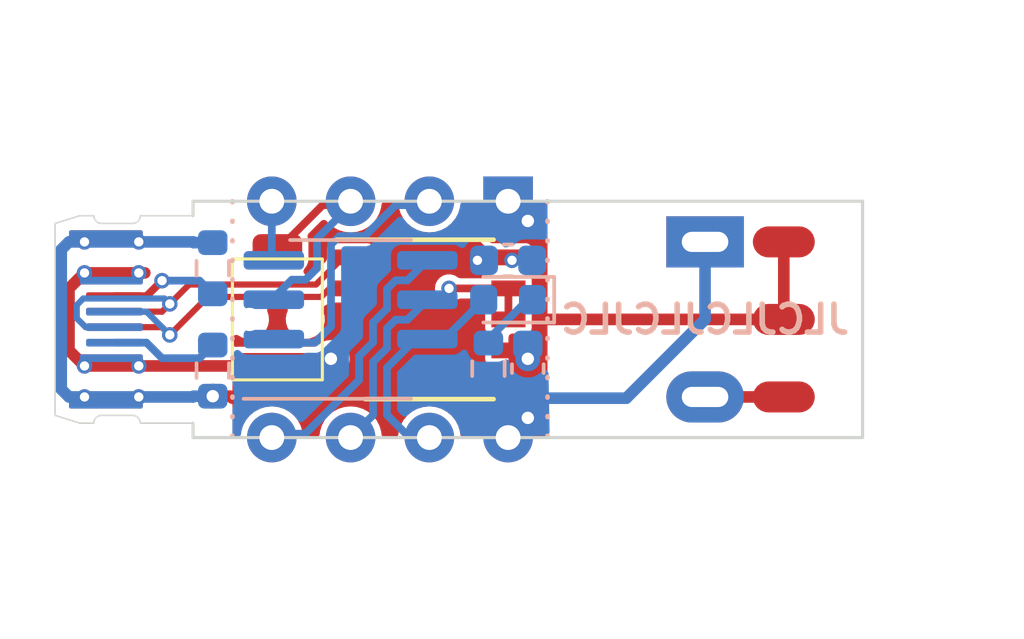
<source format=kicad_pcb>
(kicad_pcb (version 20221018) (generator pcbnew)
  (layers (0 "F.Cu" signal) (31 "B.Cu" signal) (34 "B.Paste" user) (35 "F.Paste" user) (36 "B.SilkS" user "B.Silkscreen") (37 "F.SilkS" user "F.Silkscreen") (38 "B.Mask" user) (39 "F.Mask" user) (44 "Edge.Cuts" user))
  (net 0 "")
  (net 1 "GND")
  (net 2 "Net-(U2-V3)")
  (net 3 "D+")
  (net 4 "D-")
  (net 5 "PA3")
  (net 6 "PA6")
  (net 7 "Net-(D1-K)")
  (net 8 "PA7")
  (net 9 "PA1")
  (net 10 "Net-(J1-CC1)")
  (net 11 "Net-(J1-CC2)")
  (net 12 "PA2")
  (net 13 "VCC")
  (net 14 "/Vedlc")
  (net 15 "UPDI")
  (footprint "Library:sw" (layer "F.Cu") (at 119.05 100)
    (fp_text reference "SW2" hide)
    (fp_text value "SW_SPDT" hide)
    (pad "1" smd roundrect (at 0 -2.5) (size 2 1) (layers "F.Cu" "F.Paste" "F.Mask") (roundrect_rratio 0.5) (net 13 "VCC"))
    (pad "2" smd roundrect (at 0 0) (size 2 1) (layers "F.Cu" "F.Paste" "F.Mask") (roundrect_rratio 0.5) (net 13 "VCC"))
    (pad "3" smd roundrect (at 0 2.5) (size 2 1) (layers "F.Cu" "F.Paste" "F.Mask") (roundrect_rratio 0.5) (net 14 "/Vedlc"))
  )
  (footprint "Package_DIP:DIP-8_W7.62mm_Socket" (layer "F.Cu") (at 110.16 96.19 -90)
    (fp_text reference "J2" hide)
    (fp_text value "OUT" hide)
    (pad "1" thru_hole rect (at 0 0 270) (size 1.6 1.6) (drill 0.8) (layers "*.Cu" "*.Mask") (net 13 "VCC"))
    (pad "2" thru_hole oval (at 0 2.54 270) (size 1.6 1.6) (drill 0.8) (layers "*.Cu" "*.Mask") (net 6 "PA6"))
    (pad "3" thru_hole oval (at 0 5.08 270) (size 1.6 1.6) (drill 0.8) (layers "*.Cu" "*.Mask") (net 8 "PA7"))
    (pad "4" thru_hole oval (at 0 7.62 270) (size 1.6 1.6) (drill 0.8) (layers "*.Cu" "*.Mask") (net 9 "PA1"))
    (pad "5" thru_hole oval (at 7.62 7.62 270) (size 1.6 1.6) (drill 0.8) (layers "*.Cu" "*.Mask") (net 12 "PA2"))
    (pad "6" thru_hole oval (at 7.62 5.08 270) (size 1.6 1.6) (drill 0.8) (layers "*.Cu" "*.Mask") (net 15 "UPDI"))
    (pad "7" thru_hole oval (at 7.62 2.54 270) (size 1.6 1.6) (drill 0.8) (layers "*.Cu" "*.Mask") (net 5 "PA3"))
    (pad "8" thru_hole oval (at 7.62 0 270) (size 1.6 1.6) (drill 0.8) (layers "*.Cu" "*.Mask") (net 1 "GND"))
  )
  (footprint "Package_SO:SSOP-10_3.9x4.9mm_P1.00mm" (layer "F.Cu") (at 107.62 100)
    (fp_text reference "U2" hide)
    (fp_text value "CH340K" hide)
    (fp_line (start -3 -2.57) (end 2.07 -2.57) (stroke (width 0.15)) (layer "F.SilkS"))
    (fp_line (start -2.07 2.57) (end 2.07 2.57) (stroke (width 0.15)) (layer "F.SilkS"))
    (pad "1" smd rect (at -2.55 -2) (size 1.1 0.51) (layers "F.Cu" "F.Paste" "F.Mask") (net 3 "D+"))
    (pad "2" smd rect (at -2.55 -1) (size 1.1 0.51) (layers "F.Cu" "F.Paste" "F.Mask") (net 4 "D-"))
    (pad "3" smd rect (at -2.55 0) (size 1.1 0.51) (layers "F.Cu" "F.Paste" "F.Mask") (net 1 "GND"))
    (pad "7" smd rect (at 2.55 1) (size 1.1 0.51) (layers "F.Cu" "F.Paste" "F.Mask") (net 13 "VCC"))
    (pad "8" smd rect (at 2.55 0) (size 1.1 0.51) (layers "F.Cu" "F.Paste" "F.Mask") (net 15 "UPDI"))
    (pad "9" smd rect (at 2.55 -1) (size 1.1 0.51) (layers "F.Cu" "F.Paste" "F.Mask") (net 15 "UPDI"))
    (pad "10" smd rect (at 2.55 -2) (size 1.1 0.51) (layers "F.Cu" "F.Paste" "F.Mask") (net 2 "Net-(U2-V3)"))
  )
  (footprint "LOGO" (layer "F.Cu") (at 107.62 100)
    (fp_text reference "G***" hide)
    (fp_text value "LOGO" hide)
  )
  (footprint "Library:sw_push_smd" (layer "F.Cu") (at 102.72 100 -90)
    (fp_text reference "SW1" hide)
    (fp_text value "SW_Push" hide)
    (fp_rect (start -1.95 -1.45) (end 1.95 1.45) (stroke (width 0.1)) (fill none) (layer "F.SilkS"))
    (pad "" np_thru_hole circle (at 0 -0.9 270) (size 0.75 0.75) (drill 0.75) (layers "F&B.Cu" "*.Mask"))
    (pad "" np_thru_hole circle (at 0 0.9 270) (size 0.75 0.75) (drill 0.75) (layers "F&B.Cu" "*.Mask"))
    (pad "1" smd roundrect (at 2.225 0 270) (size 1.05 1.6) (layers "F.Cu" "F.Paste" "F.Mask") (net 1 "GND"))
    (pad "2" smd roundrect (at -2.225 0 270) (size 1.05 1.6) (layers "F.Cu" "F.Paste" "F.Mask") (net 8 "PA7"))
  )
  (footprint "Library:USB-C" (layer "F.Cu") (at 100 100 180)
    (fp_text reference "J1" hide)
    (fp_text value "USB-C" hide)
    (fp_line (start 0 -3.345) (end 1.7 -3.345) (stroke (width 0.05)) (layer "Edge.Cuts"))
    (fp_line (start 0 3.345) (end 1.7 3.345) (stroke (width 0.05)) (layer "Edge.Cuts"))
    (fp_line (start 1.95 -3.095) (end 2.95 -3.095) (stroke (width 0.05)) (layer "Edge.Cuts"))
    (fp_line (start 1.95 3.095) (end 2.95 3.095) (stroke (width 0.05)) (layer "Edge.Cuts"))
    (fp_line (start 3.2 -3.345) (end 3.65 -3.345) (stroke (width 0.05)) (layer "Edge.Cuts"))
    (fp_line (start 3.2 3.345) (end 3.65 3.345) (stroke (width 0.05)) (layer "Edge.Cuts"))
    (fp_line (start 3.65 -3.345) (end 4.45 -3.095) (stroke (width 0.05)) (layer "Edge.Cuts"))
    (fp_line (start 3.65 3.345) (end 4.45 3.095) (stroke (width 0.05)) (layer "Edge.Cuts"))
    (fp_line (start 4.45 -3.095) (end 4.45 0) (stroke (width 0.05)) (layer "Edge.Cuts"))
    (fp_line (start 4.45 3.095) (end 4.45 0) (stroke (width 0.05)) (layer "Edge.Cuts"))
    (fp_arc (start 1.7 3.345) (mid 1.773223 3.168223) (end 1.95 3.095) (stroke (width 0.05)) (layer "Edge.Cuts"))
    (fp_arc (start 1.95 -3.095) (mid 1.773223 -3.168223) (end 1.7 -3.345) (stroke (width 0.05)) (layer "Edge.Cuts"))
    (fp_arc (start 2.95 3.095) (mid 3.126777 3.168223) (end 3.2 3.345) (stroke (width 0.05)) (layer "Edge.Cuts"))
    (fp_arc (start 3.2 -3.345) (mid 3.126777 -3.168223) (end 2.95 -3.095) (stroke (width 0.05)) (layer "Edge.Cuts"))
    (pad "1" smd roundrect (at 2.81 -2.75 180) (size 2.38 0.25) (layers "F.Cu" "F.Paste" "F.Mask") (net 1 "GND"))
    (pad "1" smd roundrect (at 2.81 -2.75 180) (size 2.38 0.25) (layers "B.Cu" "B.Paste" "B.Mask") (net 1 "GND"))
    (pad "1" smd roundrect (at 2.81 2.75 180) (size 2.38 0.25) (layers "F.Cu" "F.Paste" "F.Mask") (net 1 "GND"))
    (pad "1" smd roundrect (at 2.81 2.75 180) (size 2.38 0.25) (layers "B.Cu" "B.Paste" "B.Mask") (net 1 "GND"))
    (pad "2" smd roundrect (at 2.535 -0.25 180) (size 1.83 0.25) (layers "B.Cu" "B.Paste" "B.Mask") (net 3 "D+"))
    (pad "2" smd roundrect (at 2.535 0.25 180) (size 1.83 0.25) (layers "F.Cu" "F.Paste" "F.Mask") (net 3 "D+"))
    (pad "3" smd roundrect (at 2.535 -0.25 180) (size 1.83 0.25) (layers "F.Cu" "F.Paste" "F.Mask") (net 4 "D-"))
    (pad "3" smd roundrect (at 2.535 0.25 180) (size 1.83 0.25) (layers "B.Cu" "B.Paste" "B.Mask") (net 4 "D-"))
    (pad "4" smd roundrect (at 2.635 -1.25 180) (size 2.03 0.25) (layers "F.Cu" "F.Paste" "F.Mask") (net 13 "VCC"))
    (pad "4" smd roundrect (at 2.635 -1.25 180) (size 2.03 0.25) (layers "B.Cu" "B.Paste" "B.Mask") (net 13 "VCC"))
    (pad "4" smd roundrect (at 2.635 1.25 180) (size 2.03 0.25) (layers "F.Cu" "F.Paste" "F.Mask") (net 13 "VCC"))
    (pad "4" smd roundrect (at 2.635 1.25 180) (size 2.03 0.25) (layers "B.Cu" "B.Paste" "B.Mask") (net 13 "VCC"))
    (pad "5" smd roundrect (at 2.535 0.75 180) (size 1.83 0.25) (layers "F.Cu" "F.Paste" "F.Mask") (net 10 "Net-(J1-CC1)"))
    (pad "6" smd roundrect (at 2.535 -0.75 180) (size 1.83 0.25) (layers "B.Cu" "B.Paste" "B.Mask") (net 11 "Net-(J1-CC2)"))
  )
  (footprint "Library:edlc" (layer "F.Cu") (at 116.51 100 180)
    (fp_text reference "C2" hide)
    (fp_text value "1F5" hide)
    (pad "1" thru_hole oval (at 0 -2.5 180) (size 2.5 1.65) (drill oval 1.5 0.65) (layers "*.Cu" "*.Mask") (net 14 "/Vedlc"))
    (pad "2" thru_hole rect (at 0 2.5 180) (size 2.5 1.65) (drill oval 1.5 0.65) (layers "*.Cu" "*.Mask") (net 1 "GND"))
  )
  (footprint "LOGO" (layer "F.Cu") (at 113.335 100)
    (fp_text reference "G***" hide)
    (fp_text value "LOGO" hide)
  )
  (footprint "LED_SMD:LED_0603_1608Metric" (layer "B.Cu") (at 110.16 99.365 180)
    (fp_text reference "D1" hide)
    (fp_text value "LED" hide)
    (fp_line (start -1.485 -0.735) (end 0.8 -0.735) (stroke (width 0.12)) (layer "B.SilkS"))
    (fp_line (start -1.485 0.735) (end -1.485 -0.735) (stroke (width 0.12)) (layer "B.SilkS"))
    (fp_line (start 0.8 0.735) (end -1.485 0.735) (stroke (width 0.12)) (layer "B.SilkS"))
    (pad "1" smd roundrect (at -0.7875 0 180) (size 0.875 0.95) (layers "B.Cu" "B.Paste" "B.Mask") (net 7 "Net-(D1-K)"))
    (pad "2" smd roundrect (at 0.7875 0 180) (size 0.875 0.95) (layers "B.Cu" "B.Paste" "B.Mask") (net 5 "PA3"))
  )
  (footprint "Resistor_SMD:R_0603_1608Metric" (layer "B.Cu") (at 109.525 101.5875 -90)
    (fp_text reference "R1" hide)
    (fp_text value "10k" hide)
    (fp_line (start -0.237258 -0.5225) (end 0.237258 -0.5225) (stroke (width 0.12)) (layer "B.SilkS"))
    (fp_line (start -0.237258 0.5225) (end 0.237258 0.5225) (stroke (width 0.12)) (layer "B.SilkS"))
    (pad "1" smd roundrect (at -0.825 0 270) (size 0.8 0.95) (layers "B.Cu" "B.Paste" "B.Mask") (net 7 "Net-(D1-K)"))
    (pad "2" smd roundrect (at 0.825 0 270) (size 0.8 0.95) (layers "B.Cu" "B.Paste" "B.Mask") (net 1 "GND"))
  )
  (footprint "Resistor_SMD:R_0603_1608Metric" (layer "B.Cu") (at 100.635 101.651 -90)
    (fp_text reference "R6" hide)
    (fp_text value "5k1" hide)
    (fp_line (start -0.237258 -0.5225) (end 0.237258 -0.5225) (stroke (width 0.12)) (layer "B.SilkS"))
    (fp_line (start -0.237258 0.5225) (end 0.237258 0.5225) (stroke (width 0.12)) (layer "B.SilkS"))
    (pad "1" smd roundrect (at -0.825 0 270) (size 0.8 0.95) (layers "B.Cu" "B.Paste" "B.Mask") (net 11 "Net-(J1-CC2)"))
    (pad "2" smd roundrect (at 0.825 0 270) (size 0.8 0.95) (layers "B.Cu" "B.Paste" "B.Mask") (net 1 "GND"))
  )
  (footprint "Capacitor_SMD:C_0603_1608Metric" (layer "B.Cu") (at 110.795 101.5875 -90)
    (fp_text reference "C1" hide)
    (fp_text value "4u7" hide)
    (fp_line (start -0.14058 -0.51) (end 0.14058 -0.51) (stroke (width 0.12)) (layer "B.SilkS"))
    (fp_line (start -0.14058 0.51) (end 0.14058 0.51) (stroke (width 0.12)) (layer "B.SilkS"))
    (pad "1" smd roundrect (at -0.775 0 270) (size 0.9 0.95) (layers "B.Cu" "B.Paste" "B.Mask") (net 13 "VCC"))
    (pad "2" smd roundrect (at 0.775 0 270) (size 0.9 0.95) (layers "B.Cu" "B.Paste" "B.Mask") (net 1 "GND"))
  )
  (footprint "Package_SO:SOIC-8_3.9x4.9mm_P1.27mm" (layer "B.Cu") (at 105.08 100)
    (fp_text reference "U1" hide)
    (fp_text value "ATtiny202-SS" hide)
    (fp_line (start 0 -2.56) (end -1.95 -2.56) (stroke (width 0.12)) (layer "B.SilkS"))
    (fp_line (start 0 -2.56) (end 1.95 -2.56) (stroke (width 0.12)) (layer "B.SilkS"))
    (fp_line (start 0 2.56) (end -3.45 2.56) (stroke (width 0.12)) (layer "B.SilkS"))
    (fp_line (start 0 2.56) (end 1.95 2.56) (stroke (width 0.12)) (layer "B.SilkS"))
    (pad "1" smd roundrect (at -2.475 1.905) (size 1.95 0.6) (layers "B.Cu" "B.Paste" "B.Mask") (net 13 "VCC"))
    (pad "2" smd roundrect (at -2.475 0.635) (size 1.95 0.6) (layers "B.Cu" "B.Paste" "B.Mask") (net 6 "PA6"))
    (pad "3" smd roundrect (at -2.475 -0.635) (size 1.95 0.6) (layers "B.Cu" "B.Paste" "B.Mask") (net 8 "PA7"))
    (pad "4" smd roundrect (at -2.475 -1.905) (size 1.95 0.6) (layers "B.Cu" "B.Paste" "B.Mask") (net 9 "PA1"))
    (pad "5" smd roundrect (at 2.475 -1.905) (size 1.95 0.6) (layers "B.Cu" "B.Paste" "B.Mask") (net 12 "PA2"))
    (pad "6" smd roundrect (at 2.475 -0.635) (size 1.95 0.6) (layers "B.Cu" "B.Paste" "B.Mask") (net 15 "UPDI"))
    (pad "7" smd roundrect (at 2.475 0.635) (size 1.95 0.6) (layers "B.Cu" "B.Paste" "B.Mask") (net 5 "PA3"))
    (pad "8" smd roundrect (at 2.475 1.905) (size 1.95 0.6) (layers "B.Cu" "B.Paste" "B.Mask") (net 1 "GND"))
  )
  (footprint "Resistor_SMD:R_0603_1608Metric" (layer "B.Cu") (at 100.635 98.349 90)
    (fp_text reference "R5" hide)
    (fp_text value "5k1" hide)
    (fp_line (start -0.237258 -0.5225) (end 0.237258 -0.5225) (stroke (width 0.12)) (layer "B.SilkS"))
    (fp_line (start -0.237258 0.5225) (end 0.237258 0.5225) (stroke (width 0.12)) (layer "B.SilkS"))
    (pad "1" smd roundrect (at -0.825 0 90) (size 0.8 0.95) (layers "B.Cu" "B.Paste" "B.Mask") (net 10 "Net-(J1-CC1)"))
    (pad "2" smd roundrect (at 0.825 0 90) (size 0.8 0.95) (layers "B.Cu" "B.Paste" "B.Mask") (net 1 "GND"))
  )
  (footprint "Capacitor_SMD:C_0603_1608Metric" (layer "B.Cu") (at 110.16 98.095 180)
    (fp_text reference "C3" hide)
    (fp_text value "0u1" hide)
    (fp_line (start -0.14058 -0.51) (end 0.14058 -0.51) (stroke (width 0.12)) (layer "B.SilkS"))
    (fp_line (start -0.14058 0.51) (end 0.14058 0.51) (stroke (width 0.12)) (layer "B.SilkS"))
    (pad "1" smd roundrect (at -0.775 0 180) (size 0.9 0.95) (layers "B.Cu" "B.Paste" "B.Mask") (net 2 "Net-(U2-V3)"))
    (pad "2" smd roundrect (at 0.775 0 180) (size 0.9 0.95) (layers "B.Cu" "B.Paste" "B.Mask") (net 1 "GND"))
  )
  (gr_line (start 111.43 96.19) (end 111.43 103.81) (stroke (width 0.15) (type dot)) (layer "B.SilkS"))
  (gr_line (start 101.27 96.19) (end 101.27 103.81) (stroke (width 0.15) (type dot)) (layer "B.SilkS"))
  (gr_line (start 111.43 103.81) (end 100 103.81) (stroke (width 0.1)) (layer "Edge.Cuts"))
  (gr_line (start 100 103.345) (end 100 103.81) (stroke (width 0.1)) (layer "Edge.Cuts"))
  (gr_line (start 121.59 103.81) (end 121.59 96.19) (stroke (width 0.1)) (layer "Edge.Cuts"))
  (gr_line (start 100 96.19) (end 111.43 96.19) (stroke (width 0.1)) (layer "Edge.Cuts"))
  (gr_line (start 100 96.19) (end 100 96.655) (stroke (width 0.1)) (layer "Edge.Cuts"))
  (gr_line (start 111.43 103.81) (end 121.59 103.81) (stroke (width 0.1)) (layer "Edge.Cuts"))
  (gr_line (start 111.43 96.19) (end 121.59 96.19) (stroke (width 0.1)) (layer "Edge.Cuts"))
  (gr_text "JLCJLCJLCJLC" (at 116.51 100) (layer "B.SilkS") (effects (font (size 0.9 0.9) (thickness 0.18) bold) (justify mirror)))
  (segment (start 100.635 102.476) (end 101.206 102.476) (width 0.375) (layer "F.Cu") (net 1))
  (segment (start 101.206 102.476) (end 101.27 102.54) (width 0.375) (layer "F.Cu") (net 1))
  (via (at 110.795 103.175) (size 0.8) (drill 0.4) (layers "F.Cu" "B.Cu") (net 1))
  (via (at 109.1705 98.095) (size 0.5) (drill 0.3) (layers "F.Cu" "B.Cu") (net 1))
  (via (at 100.635 102.476) (size 0.8) (drill 0.4) (layers "F.Cu" "B.Cu") (net 1))
  (via (at 98.25 97.5) (size 0.5) (drill 0.3) (layers "F.Cu" "B.Cu") (net 1))
  (via (at 96.5 102.5) (size 0.5) (drill 0.3) (layers "F.Cu" "B.Cu") (net 1))
  (via (at 96.5 97.5) (size 0.5) (drill 0.3) (layers "F.Cu" "B.Cu") (net 1))
  (via (at 98.25 102.5) (size 0.5) (drill 0.3) (layers "F.Cu" "B.Cu") (net 1))
  (segment (start 95.75 97.75) (end 96 97.5) (width 0.375) (layer "B.Cu") (net 1))
  (segment (start 100 97.5) (end 100.024 97.524) (width 0.375) (layer "B.Cu") (net 1))
  (segment (start 100.635 102.476) (end 100.024 102.476) (width 0.375) (layer "B.Cu") (net 1))
  (segment (start 96 97.5) (end 100 97.5) (width 0.375) (layer "B.Cu") (net 1))
  (segment (start 95.75 102.25) (end 95.75 97.75) (width 0.375) (layer "B.Cu") (net 1))
  (segment (start 116.51 100) (end 113.97 102.54) (width 0.375) (layer "B.Cu") (net 1))
  (segment (start 96 102.5) (end 95.75 102.25) (width 0.375) (layer "B.Cu") (net 1))
  (segment (start 116.51 97.5) (end 116.51 100) (width 0.375) (layer "B.Cu") (net 1))
  (segment (start 100.024 97.524) (end 100.635 97.524) (width 0.375) (layer "B.Cu") (net 1))
  (segment (start 100 102.5) (end 96 102.5) (width 0.375) (layer "B.Cu") (net 1))
  (segment (start 100.024 102.476) (end 100 102.5) (width 0.375) (layer "B.Cu") (net 1))
  (segment (start 113.97 102.54) (end 111.43 102.54) (width 0.375) (layer "B.Cu") (net 1))
  (via (at 110.2845 98.095) (size 0.5) (drill 0.3) (layers "F.Cu" "B.Cu") (net 2))
  (segment (start 104.840736 98) (end 103.965736 98.875) (width 0.2) (layer "F.Cu") (net 3))
  (segment (start 105.07 98) (end 104.840736 98) (width 0.2) (layer "F.Cu") (net 3))
  (segment (start 97.465 99.75) (end 99 99.75) (width 0.2) (layer "F.Cu") (net 3))
  (segment (start 99.875 98.875) (end 99.25 99.5) (width 0.2) (layer "F.Cu") (net 3))
  (segment (start 99 99.75) (end 99.25 99.5) (width 0.2) (layer "F.Cu") (net 3))
  (segment (start 103.965736 98.875) (end 99.875 98.875) (width 0.2) (layer "F.Cu") (net 3))
  (via (at 99.25 99.5) (size 0.5) (drill 0.3) (layers "F.Cu" "B.Cu") (net 3))
  (segment (start 99.075 99.325) (end 96.462346 99.325) (width 0.2) (layer "B.Cu") (net 3))
  (segment (start 96.462346 99.325) (end 96.25 99.537346) (width 0.2) (layer "B.Cu") (net 3))
  (segment (start 96.25 99.962654) (end 96.537346 100.25) (width 0.2) (layer "B.Cu") (net 3))
  (segment (start 96.25 99.537346) (end 96.25 99.962654) (width 0.2) (layer "B.Cu") (net 3))
  (segment (start 96.537346 100.25) (end 97.465 100.25) (width 0.2) (layer "B.Cu") (net 3))
  (segment (start 99.25 99.5) (end 99.075 99.325) (width 0.2) (layer "B.Cu") (net 3))
  (segment (start 104.406421 99) (end 104.131421 99.275) (width 0.2) (layer "F.Cu") (net 4))
  (segment (start 105.07 99) (end 104.406421 99) (width 0.2) (layer "F.Cu") (net 4))
  (segment (start 97.465 100.25) (end 99 100.25) (width 0.2) (layer "F.Cu") (net 4))
  (segment (start 104.131421 99.275) (end 100.475 99.275) (width 0.2) (layer "F.Cu") (net 4))
  (segment (start 100.475 99.275) (end 99.25 100.5) (width 0.2) (layer "F.Cu") (net 4))
  (segment (start 99 100.25) (end 99.25 100.5) (width 0.2) (layer "F.Cu") (net 4))
  (via (at 99.25 100.5) (size 0.5) (drill 0.3) (layers "F.Cu" "B.Cu") (net 4))
  (segment (start 99.25 100.5) (end 98.5 99.75) (width 0.2) (layer "B.Cu") (net 4))
  (segment (start 98.5 99.75) (end 97.465 99.75) (width 0.2) (layer "B.Cu") (net 4))
  (segment (start 107.178248 100.635) (end 106.255 101.558248) (width 0.25) (layer "B.Cu") (net 5))
  (segment (start 106.86 103.685) (end 107.62 103.685) (width 0.25) (layer "B.Cu") (net 5))
  (segment (start 109.3725 99.365) (end 108.1025 100.635) (width 0.25) (layer "B.Cu") (net 5))
  (segment (start 108.1025 100.635) (end 107.555 100.635) (width 0.25) (layer "B.Cu") (net 5))
  (segment (start 106.255 103.08) (end 106.86 103.685) (width 0.25) (layer "B.Cu") (net 5))
  (segment (start 107.555 100.635) (end 107.178248 100.635) (width 0.25) (layer "B.Cu") (net 5))
  (segment (start 106.255 101.558248) (end 106.255 103.08) (width 0.25) (layer "B.Cu") (net 5))
  (segment (start 104.448746 100.231914) (end 104.448746 97.58265) (width 0.25) (layer "B.Cu") (net 6))
  (segment (start 104.716396 97.315) (end 105.538878 97.315) (width 0.25) (layer "B.Cu") (net 6))
  (segment (start 105.538878 97.315) (end 106.538878 96.315) (width 0.25) (layer "B.Cu") (net 6))
  (segment (start 103.30934 100.75) (end 103.93066 100.75) (width 0.25) (layer "B.Cu") (net 6))
  (segment (start 103.19434 100.635) (end 103.30934 100.75) (width 0.25) (layer "B.Cu") (net 6))
  (segment (start 104.448746 97.58265) (end 104.716396 97.315) (width 0.25) (layer "B.Cu") (net 6))
  (segment (start 106.538878 96.315) (end 107.62 96.315) (width 0.25) (layer "B.Cu") (net 6))
  (segment (start 103.93066 100.75) (end 104.448746 100.231914) (width 0.25) (layer "B.Cu") (net 6))
  (segment (start 102.605 100.635) (end 103.19434 100.635) (width 0.25) (layer "B.Cu") (net 6))
  (segment (start 109.525 100.7625) (end 109.525 100.635) (width 0.25) (layer "B.Cu") (net 7))
  (segment (start 109.525 100.635) (end 110.795 99.365) (width 0.25) (layer "B.Cu") (net 7))
  (segment (start 110.795 99.365) (end 110.9475 99.365) (width 0.25) (layer "B.Cu") (net 7))
  (segment (start 104.18 96.315) (end 105.08 96.315) (width 0.25) (layer "F.Cu") (net 8))
  (segment (start 102.72 97.775) (end 104.18 96.315) (width 0.25) (layer "F.Cu") (net 8))
  (segment (start 103.185 98.72) (end 103.626752 98.72) (width 0.25) (layer "B.Cu") (net 8))
  (segment (start 103.998746 98.348006) (end 103.998746 97.396254) (width 0.25) (layer "B.Cu") (net 8))
  (segment (start 103.998746 97.396254) (end 105.08 96.315) (width 0.25) (layer "B.Cu") (net 8))
  (segment (start 102.605 99.365) (end 102.605 99.3) (width 0.25) (layer "B.Cu") (net 8))
  (segment (start 102.605 99.3) (end 103.185 98.72) (width 0.25) (layer "B.Cu") (net 8))
  (segment (start 103.626752 98.72) (end 103.998746 98.348006) (width 0.25) (layer "B.Cu") (net 8))
  (segment (start 102.54 98.03) (end 102.54 96.315) (width 0.25) (layer "B.Cu") (net 9))
  (segment (start 102.605 98.095) (end 102.54 98.03) (width 0.25) (layer "B.Cu") (net 9))
  (segment (start 97.465 99.25) (end 98.5 99.25) (width 0.25) (layer "F.Cu") (net 10))
  (segment (start 98.5 99.25) (end 99 98.75) (width 0.25) (layer "F.Cu") (net 10))
  (via (at 99 98.75) (size 0.5) (drill 0.3) (layers "F.Cu" "B.Cu") (net 10))
  (segment (start 100.635 99.174) (end 100.211 98.75) (width 0.25) (layer "B.Cu") (net 10))
  (segment (start 100.211 98.75) (end 99 98.75) (width 0.25) (layer "B.Cu") (net 10))
  (segment (start 100.635 100.826) (end 100.211 101.25) (width 0.25) (layer "B.Cu") (net 11))
  (segment (start 100.211 101.25) (end 99 101.25) (width 0.25) (layer "B.Cu") (net 11))
  (segment (start 98.5 100.75) (end 97.465 100.75) (width 0.25) (layer "B.Cu") (net 11))
  (segment (start 99 101.25) (end 98.5 100.75) (width 0.25) (layer "B.Cu") (net 11))
  (segment (start 106.91 98.74) (end 106.533248 98.74) (width 0.25) (layer "B.Cu") (net 12))
  (segment (start 105.355 101.185456) (end 105.355 101.951122) (width 0.25) (layer "B.Cu") (net 12))
  (segment (start 105.355 101.951122) (end 103.621122 103.685) (width 0.25) (layer "B.Cu") (net 12))
  (segment (start 107.555 98.095) (end 106.91 98.74) (width 0.25) (layer "B.Cu") (net 12))
  (segment (start 106.255 99.018248) (end 106.255 99.651852) (width 0.25) (layer "B.Cu") (net 12))
  (segment (start 105.805 100.735456) (end 105.355 101.185456) (width 0.25) (layer "B.Cu") (net 12))
  (segment (start 105.805 100.101852) (end 105.805 100.735456) (width 0.25) (layer "B.Cu") (net 12))
  (segment (start 106.533248 98.74) (end 106.255 99.018248) (width 0.25) (layer "B.Cu") (net 12))
  (segment (start 103.621122 103.685) (end 102.54 103.685) (width 0.25) (layer "B.Cu") (net 12))
  (segment (start 106.255 99.651852) (end 105.805 100.101852) (width 0.25) (layer "B.Cu") (net 12))
  (segment (start 101.5 101.27) (end 104.445 101.27) (width 0.375) (layer "F.Cu") (net 13))
  (segment (start 96.5 101.5) (end 101.27 101.5) (width 0.375) (layer "F.Cu") (net 13))
  (segment (start 96.5 98.5) (end 96 99) (width 0.375) (layer "F.Cu") (net 13))
  (segment (start 119.05 100) (end 119.05 97.5) (width 0.375) (layer "F.Cu") (net 13))
  (segment (start 96 101) (end 96.5 101.5) (width 0.375) (layer "F.Cu") (net 13))
  (segment (start 96 99) (end 96 101) (width 0.375) (layer "F.Cu") (net 13))
  (segment (start 111.43 100) (end 119.05 100) (width 0.375) (layer "F.Cu") (net 13))
  (segment (start 98.445 98.5) (end 96.5 98.5) (width 0.375) (layer "F.Cu") (net 13))
  (segment (start 101.27 101.5) (end 101.5 101.27) (width 0.375) (layer "F.Cu") (net 13))
  (via (at 98.25 101.5) (size 0.5) (drill 0.3) (layers "F.Cu" "B.Cu") (net 13))
  (via (at 110.795 101.27) (size 0.8) (drill 0.4) (layers "F.Cu" "B.Cu") (net 13))
  (via (at 96.5 101.5) (size 0.5) (drill 0.3) (layers "F.Cu" "B.Cu") (net 13))
  (via (at 104.445 101.27) (size 0.8) (drill 0.4) (layers "F.Cu" "B.Cu") (net 13))
  (via (at 96.5 98.5) (size 0.5) (drill 0.3) (layers "F.Cu" "B.Cu") (net 13))
  (via (at 98.25 98.5) (size 0.5) (drill 0.3) (layers "F.Cu" "B.Cu") (net 13))
  (via (at 110.795 96.825) (size 0.8) (drill 0.4) (layers "F.Cu" "B.Cu") (net 13))
  (segment (start 116.51 102.5) (end 119.05 102.5) (width 0.375) (layer "F.Cu") (net 14))
  (segment (start 108.255 99) (end 110.17 99) (width 0.25) (layer "F.Cu") (net 15))
  (segment (start 110.17 99) (end 110.17 100) (width 0.25) (layer "F.Cu") (net 15))
  (via (at 108.255 99) (size 0.5) (drill 0.3) (layers "F.Cu" "B.Cu") (net 15))
  (segment (start 107.555 99.365) (end 106.91 100.01) (width 0.25) (layer "B.Cu") (net 15))
  (segment (start 105.805 101.371852) (end 105.805 103.085) (width 0.25) (layer "B.Cu") (net 15))
  (segment (start 106.255 100.921852) (end 105.805 101.371852) (width 0.25) (layer "B.Cu") (net 15))
  (segment (start 106.533248 100.01) (end 106.255 100.288248) (width 0.25) (layer "B.Cu") (net 15))
  (segment (start 105.205 103.685) (end 105.08 103.685) (width 0.25) (layer "B.Cu") (net 15))
  (segment (start 107.555 99.365) (end 107.89 99.365) (width 0.25) (layer "B.Cu") (net 15))
  (segment (start 106.91 100.01) (end 106.533248 100.01) (width 0.25) (layer "B.Cu") (net 15))
  (segment (start 106.255 100.288248) (end 106.255 100.921852) (width 0.25) (layer "B.Cu") (net 15))
  (segment (start 107.89 99.365) (end 108.255 99) (width 0.25) (layer "B.Cu") (net 15))
  (segment (start 105.805 103.085) (end 105.205 103.685) (width 0.25) (layer "B.Cu") (net 15))
  (zone (net 13) (net_name "VCC") (layer "F.Cu") (priority 3) (connect_pads yes (clearance 0.2)) (min_thickness 0.25) (fill yes (thermal_gap 0.2) (thermal_bridge_width 0.25))
    (polygon (pts (xy 108.89 96.19) (xy 111.43 96.19) (xy 111.43 103.1675) (xy 110.17 101.89) (xy 110.17 98.11) (xy 108.89 96.825)))
  )
  (zone (net 1) (net_name "GND") (layer "F.Cu") (priority 2) (connect_pads yes (clearance 0.2)) (min_thickness 0.25) (fill yes (thermal_gap 0.2) (thermal_bridge_width 0.25))
    (polygon (pts (xy 101.27 96.19) (xy 101.27 103.81) (xy 111.43 103.81) (xy 111.43 103.1675) (xy 110.17 101.89) (xy 110.17 98.11) (xy 108.89 96.825) (xy 108.89 96.19)))
  )
  (zone (net 1) (net_name "GND") (layer "B.Cu") (priority 1) (connect_pads yes (clearance 0.2)) (min_thickness 0.25) (fill yes (thermal_gap 0.2) (thermal_bridge_width 0.25))
    (polygon (pts (xy 107.61 100.01) (xy 111.43 100) (xy 111.5 103.75) (xy 103.81 103.81)))
  )
  (zone (net 13) (net_name "VCC") (layer "B.Cu") (connect_pads yes (clearance 0.2)) (min_thickness 0.25) (fill yes (thermal_gap 0.2) (thermal_bridge_width 0.25))
    (polygon (pts (xy 101.27 96.19) (xy 101.27 103.81) (xy 103.81 103.81) (xy 107.61 100.01) (xy 111.43 100) (xy 111.43 96.19)))
  )
)
</source>
